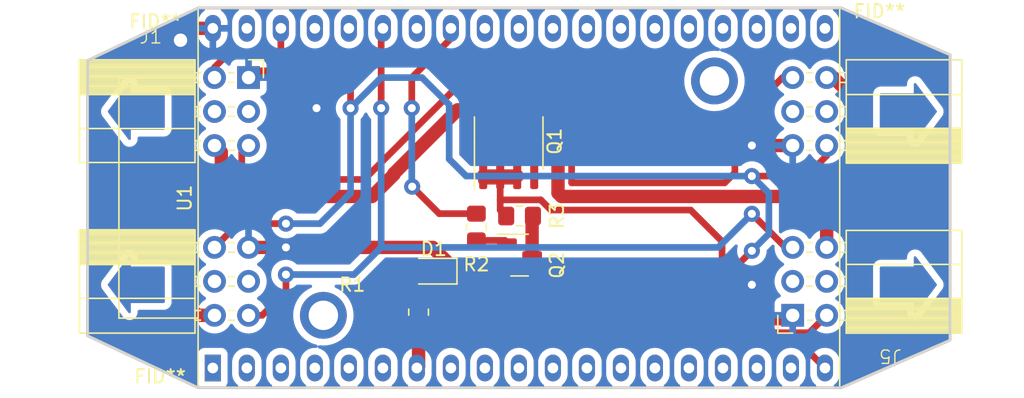
<source format=kicad_pcb>
(kicad_pcb (version 20221018) (generator pcbnew)
  (title_block (title "VR-Shield ") (date "2023-03-07") (rev "v02.1") (comment 4 "Marek Wehing"))
  (layers (0 "F.Cu" signal) (31 "B.Cu" signal) (34 "B.Paste" user) (35 "F.Paste" user) (36 "B.SilkS" user "B.Silkscreen") (37 "F.SilkS" user "F.Silkscreen") (38 "B.Mask" user) (39 "F.Mask" user) (44 "Edge.Cuts" user))
  (net 0 "")
  (net 2 "GND")
  (net 3 "Net-(D1-A)")
  (net 4 "/LED")
  (net 35 "/5V")
  (net 36 "Net-(Q1-G)")
  (net 37 "Net-(Q2-B)")
  (net 38 "Net-(U1-GPIO19)")
  (net 40 "/SCL")
  (net 43 "/SDA")
  (net 44 "/VCC")
  (footprint "Package_TO_SOT_SMD:SOT-23" (layer "F.Cu") (at 46.1495 32.578)
    (fp_text reference "Q2" (at 2.794 0.762 -90) (layer "F.SilkS"))
    (fp_text value "BC847")
    (pad "1" smd roundrect (at -0.9375 -0.95) (size 1.475 0.6) (layers "F.Cu" "F.Paste" "F.Mask") (net 37 "Net-(Q2-B)"))
    (pad "2" smd roundrect (at -0.9375 0.95) (size 1.475 0.6) (layers "F.Cu" "F.Paste" "F.Mask") (net 2 "GND"))
    (pad "3" smd roundrect (at 0.9375 0) (size 1.475 0.6) (layers "F.Cu" "F.Paste" "F.Mask") (net 36 "Net-(Q1-G)"))
  )
  (footprint "Fiducial:Fiducial_0.75mm_Mask1.5mm" (layer "F.Cu") (at 72.644 16.51)
    (fp_text reference "FID**" (at 0.381 -2.159) (layer "F.SilkS"))
    (fp_text value "Fiducial_0.75mm_Mask1.5mm")
    (pad "" smd circle (at 0 0) (size 0.75 0.75) (property pad_prop_fiducial_glob) (layers "F.Cu" "F.Mask" "Eco1.User") (clearance 0.375))
  )
  (footprint "MountingHole:MountingHole_2.2mm_M2_ISO7380_Pad" (layer "F.Cu") (at 31.496 37.084)
    (fp_text reference "REF**" hide)
    (fp_text value "MountingHole_2.2mm_M2_ISO7380_Pad")
    (pad "1" thru_hole circle (at 0 0) (size 3.5 3.5) (drill 2.2) (layers "*.Cu" "*.Mask"))
  )
  (footprint "Custom:Custom Socket I2C" (layer "F.Cu") (at 73.847 28.194 180)
    (fp_text reference "J5" (at 0 -11.938 180 unlocked) (layer "F.SilkS") (effects (font (thickness 0.1))))
    (fp_text value "Double I2C Socket")
    (pad "1" thru_hole rect (at 7.299 -8.89 180) (size 1.7 1.7) (drill 1) (layers "*.Cu" "*.Mask") (net 2 "GND"))
    (pad "2" thru_hole oval (at 4.759 -8.89 180) (size 1.7 1.7) (drill 1) (layers "*.Cu" "*.Mask") (net 40 "/SCL"))
    (pad "3" thru_hole oval (at 7.299 -6.35 180) (size 1.7 1.7) (drill 1) (layers "*.Cu" "*.Mask"))
    (pad "4" thru_hole oval (at 4.759 -6.35 180) (size 1.7 1.7) (drill 1) (layers "*.Cu" "*.Mask"))
    (pad "5" thru_hole oval (at 7.299 -3.81 180) (size 1.7 1.7) (drill 1) (layers "*.Cu" "*.Mask") (net 43 "/SDA"))
    (pad "6" thru_hole oval (at 4.759 -3.81 180) (size 1.7 1.7) (drill 1) (layers "*.Cu" "*.Mask") (net 44 "/VCC"))
    (pad "7" thru_hole oval (at 7.299 3.81 180) (size 1.7 1.7) (drill 1) (layers "*.Cu" "*.Mask") (net 2 "GND"))
    (pad "8" thru_hole oval (at 4.759 3.81 180) (size 1.7 1.7) (drill 1) (layers "*.Cu" "*.Mask") (net 40 "/SCL"))
    (pad "9" thru_hole oval (at 7.299 6.35 180) (size 1.7 1.7) (drill 1) (layers "*.Cu" "*.Mask"))
    (pad "10" thru_hole oval (at 4.759 6.35 180) (size 1.7 1.7) (drill 1) (layers "*.Cu" "*.Mask"))
    (pad "11" thru_hole oval (at 7.299 8.89 180) (size 1.7 1.7) (drill 1) (layers "*.Cu" "*.Mask") (net 43 "/SDA"))
    (pad "12" thru_hole oval (at 4.759 8.89 180) (size 1.7 1.7) (drill 1) (layers "*.Cu" "*.Mask") (net 44 "/VCC"))
  )
  (footprint "Espressif:ESP32-DevKitC" (layer "F.Cu") (at 23.241 41.021 90)
    (fp_text reference "U1" (at 12.7 -2.1 90) (layer "F.SilkS"))
    (fp_text value "ESP32 WROOM32 Devkit" hide)
    (pad "1" thru_hole rect (at 0 0) (size 1.2 2) (drill 0.8) (layers "*.Cu" "*.Mask"))
    (pad "2" thru_hole oval (at 0 2.54) (size 1.2 2) (drill 0.8) (layers "*.Cu" "*.Mask"))
    (pad "3" thru_hole oval (at 0 5.08) (size 1.2 2) (drill 0.8) (layers "*.Cu" "*.Mask"))
    (pad "4" thru_hole oval (at 0 7.62) (size 1.2 2) (drill 0.8) (layers "*.Cu" "*.Mask"))
    (pad "5" thru_hole oval (at 0 10.16) (size 1.2 2) (drill 0.8) (layers "*.Cu" "*.Mask"))
    (pad "6" thru_hole oval (at 0 12.7) (size 1.2 2) (drill 0.8) (layers "*.Cu" "*.Mask"))
    (pad "7" thru_hole oval (at 0 15.24) (size 1.2 2) (drill 0.8) (layers "*.Cu" "*.Mask") (net 4 "/LED"))
    (pad "8" thru_hole oval (at 0 17.78) (size 1.2 2) (drill 0.8) (layers "*.Cu" "*.Mask"))
    (pad "9" thru_hole oval (at 0 20.32) (size 1.2 2) (drill 0.8) (layers "*.Cu" "*.Mask"))
    (pad "10" thru_hole oval (at 0 22.86) (size 1.2 2) (drill 0.8) (layers "*.Cu" "*.Mask"))
    (pad "11" thru_hole oval (at 0 25.4) (size 1.2 2) (drill 0.8) (layers "*.Cu" "*.Mask"))
    (pad "12" thru_hole oval (at 0 27.94) (size 1.2 2) (drill 0.8) (layers "*.Cu" "*.Mask"))
    (pad "13" thru_hole oval (at 0 30.48) (size 1.2 2) (drill 0.8) (layers "*.Cu" "*.Mask"))
    (pad "14" thru_hole oval (at 0 33.02) (size 1.2 2) (drill 0.8) (layers "*.Cu" "*.Mask"))
    (pad "15" thru_hole oval (at 0 35.56) (size 1.2 2) (drill 0.8) (layers "*.Cu" "*.Mask"))
    (pad "16" thru_hole oval (at 0 38.1) (size 1.2 2) (drill 0.8) (layers "*.Cu" "*.Mask"))
    (pad "17" thru_hole oval (at 0 40.64) (size 1.2 2) (drill 0.8) (layers "*.Cu" "*.Mask"))
    (pad "18" thru_hole oval (at 0 43.18) (size 1.2 2) (drill 0.8) (layers "*.Cu" "*.Mask"))
    (pad "19" thru_hole oval (at 0 45.72) (size 1.2 2) (drill 0.8) (layers "*.Cu" "*.Mask") (net 35 "/5V"))
    (pad "20" thru_hole oval (at 25.39632 45.71728) (size 1.2 2) (drill 0.8) (layers "*.Cu" "*.Mask"))
    (pad "21" thru_hole oval (at 25.39632 43.17728) (size 1.2 2) (drill 0.8) (layers "*.Cu" "*.Mask"))
    (pad "22" thru_hole oval (at 25.4 40.64) (size 1.2 2) (drill 0.8) (layers "*.Cu" "*.Mask"))
    (pad "23" thru_hole oval (at 25.4 38.1) (size 1.2 2) (drill 0.8) (layers "*.Cu" "*.Mask"))
    (pad "24" thru_hole oval (at 25.4 35.56) (size 1.2 2) (drill 0.8) (layers "*.Cu" "*.Mask"))
    (pad "25" thru_hole oval (at 25.4 33.02) (size 1.2 2) (drill 0.8) (layers "*.Cu" "*.Mask"))
    (pad "26" thru_hole oval (at 25.4 30.48) (size 1.2 2) (drill 0.8) (layers "*.Cu" "*.Mask"))
    (pad "27" thru_hole oval (at 25.4 27.94) (size 1.2 2) (drill 0.8) (layers "*.Cu" "*.Mask"))
    (pad "28" thru_hole oval (at 25.4 25.4) (size 1.2 2) (drill 0.8) (layers "*.Cu" "*.Mask"))
    (pad "29" thru_hole oval (at 25.4 22.86) (size 1.2 2) (drill 0.8) (layers "*.Cu" "*.Mask"))
    (pad "30" thru_hole oval (at 25.4 20.32) (size 1.2 2) (drill 0.8) (layers "*.Cu" "*.Mask"))
    (pad "31" thru_hole oval (at 25.4 17.78) (size 1.2 2) (drill 0.8) (layers "*.Cu" "*.Mask") (net 38 "Net-(U1-GPIO19)"))
    (pad "32" thru_hole oval (at 25.4 15.24) (size 1.2 2) (drill 0.8) (layers "*.Cu" "*.Mask"))
    (pad "33" thru_hole oval (at 25.4 12.7) (size 1.2 2) (drill 0.8) (layers "*.Cu" "*.Mask") (net 43 "/SDA"))
    (pad "34" thru_hole oval (at 25.4 10.16) (size 1.2 2) (drill 0.8) (layers "*.Cu" "*.Mask"))
    (pad "35" thru_hole oval (at 25.4 7.62) (size 1.2 2) (drill 0.8) (layers "*.Cu" "*.Mask"))
    (pad "36" thru_hole oval (at 25.4 5.08) (size 1.2 2) (drill 0.8) (layers "*.Cu" "*.Mask") (net 40 "/SCL"))
    (pad "37" thru_hole oval (at 25.4 2.54) (size 1.2 2) (drill 0.8) (layers "*.Cu" "*.Mask"))
    (pad "38" thru_hole oval (at 25.4 0) (size 1.2 2) (drill 0.8) (layers "*.Cu" "*.Mask") (net 2 "GND"))
  )
  (footprint "Resistor_SMD:R_0805_2012Metric_Pad1.20x1.40mm_HandSolder" (layer "F.Cu") (at 42.926 30.48 -90)
    (fp_text reference "R2" (at 2.794 0 -180) (layer "F.SilkS"))
    (fp_text value "3.3k")
    (fp_text user "R1" (at 4.318 9.271 180) (layer "F.SilkS"))
    (pad "1" smd roundrect (at -1 0 270) (size 1.2 1.4) (layers "F.Cu" "F.Paste" "F.Mask") (roundrect_rratio 0.2083333333) (net 38 "Net-(U1-GPIO19)"))
    (pad "2" smd roundrect (at 1 0 270) (size 1.2 1.4) (layers "F.Cu" "F.Paste" "F.Mask") (roundrect_rratio 0.2083333333) (net 37 "Net-(Q2-B)"))
  )
  (footprint "Fiducial:Fiducial_0.75mm_Mask1.5mm" (layer "F.Cu") (at 18.542 39.37)
    (fp_text reference "FID**" (at 0.762 2.286) (layer "F.SilkS"))
    (fp_text value "Fiducial_0.75mm_Mask1.5mm")
    (pad "" smd circle (at 0 0) (size 0.75 0.75) (property pad_prop_fiducial_glob) (layers "F.Cu" "F.Mask" "Eco1.User") (clearance 0.375))
  )
  (footprint "Resistor_SMD:R_0805_2012Metric_Pad1.20x1.40mm_HandSolder" (layer "F.Cu") (at 38.608 36.846 90)
    (fp_text reference "R1" hide)
    (fp_text value "120")
    (pad "1" smd roundrect (at -1 0 90) (size 1.2 1.4) (layers "F.Cu" "F.Paste" "F.Mask") (roundrect_rratio 0.2083333333) (net 4 "/LED"))
    (pad "2" smd roundrect (at 1 0 90) (size 1.2 1.4) (layers "F.Cu" "F.Paste" "F.Mask") (roundrect_rratio 0.2083333333) (net 3 "Net-(D1-A)"))
  )
  (footprint "Fiducial:Fiducial_0.75mm_Mask1.5mm" (layer "F.Cu") (at 18.542 17.272)
    (fp_text reference "FID**" (at 0.381 -2.159) (layer "F.SilkS"))
    (fp_text value "Fiducial_0.75mm_Mask1.5mm")
    (pad "" smd circle (at 0 0) (size 0.75 0.75) (property pad_prop_fiducial_glob) (layers "F.Cu" "F.Mask" "Eco1.User") (clearance 0.375))
  )
  (footprint "" (layer "F.Cu") (at 60.706 19.558)
    (fp_text reference "" (at 0 0) (layer "F.SilkS") (effects (font (size 1.27 1.27))))
    (fp_text value "" (at 0 0) (layer "F.SilkS") (effects (font (size 1.27 1.27))))
    (pad "1" thru_hole circle (at 0 0) (size 3.5 3.5) (drill 2.2) (layers "*.Cu" "*.Mask"))
  )
  (footprint "Resistor_SMD:R_0805_2012Metric_Pad1.20x1.40mm_HandSolder" (layer "F.Cu") (at 46.1495 29.657 180)
    (fp_text reference "R3" (at -2.794 0 90) (layer "F.SilkS"))
    (fp_text value "33k")
    (pad "1" smd roundrect (at -1 0 180) (size 1.2 1.4) (layers "F.Cu" "F.Paste" "F.Mask") (roundrect_rratio 0.2083333333) (net 36 "Net-(Q1-G)"))
    (pad "2" smd roundrect (at 1 0 180) (size 1.2 1.4) (layers "F.Cu" "F.Paste" "F.Mask") (roundrect_rratio 0.2083333333) (net 35 "/5V"))
  )
  (footprint "LED_SMD:LED_0805_2012Metric_Pad1.15x1.40mm_HandSolder" (layer "F.Cu") (at 39.615 33.782 180)
    (fp_text reference "D1" (at -0.127 1.651) (layer "F.SilkS"))
    (fp_text value "BLUE")
    (pad "1" smd roundrect (at -1.025 0 180) (size 1.15 1.4) (layers "F.Cu" "F.Paste" "F.Mask") (roundrect_rratio 0.2173913043) (net 2 "GND"))
    (pad "2" smd roundrect (at 1.025 0 180) (size 1.15 1.4) (layers "F.Cu" "F.Paste" "F.Mask") (roundrect_rratio 0.2173913043) (net 3 "Net-(D1-A)"))
  )
  (footprint "Custom:Custom Socket I2C" (layer "F.Cu") (at 18.609 28.194)
    (fp_text reference "J1" (at 0 -11.938 unlocked) (layer "F.SilkS") (effects (font (thickness 0.1))))
    (fp_text value "Double I2C Socket")
    (pad "1" thru_hole rect (at 7.299 -8.89) (size 1.7 1.7) (drill 1) (layers "*.Cu" "*.Mask") (net 2 "GND"))
    (pad "2" thru_hole oval (at 4.759 -8.89) (size 1.7 1.7) (drill 1) (layers "*.Cu" "*.Mask") (net 40 "/SCL"))
    (pad "3" thru_hole oval (at 7.299 -6.35) (size 1.7 1.7) (drill 1) (layers "*.Cu" "*.Mask"))
    (pad "4" thru_hole oval (at 4.759 -6.35) (size 1.7 1.7) (drill 1) (layers "*.Cu" "*.Mask"))
    (pad "5" thru_hole oval (at 7.299 -3.81) (size 1.7 1.7) (drill 1) (layers "*.Cu" "*.Mask") (net 43 "/SDA"))
    (pad "6" thru_hole oval (at 4.759 -3.81) (size 1.7 1.7) (drill 1) (layers "*.Cu" "*.Mask") (net 44 "/VCC"))
    (pad "7" thru_hole oval (at 7.299 3.81) (size 1.7 1.7) (drill 1) (layers "*.Cu" "*.Mask") (net 2 "GND"))
    (pad "8" thru_hole oval (at 4.759 3.81) (size 1.7 1.7) (drill 1) (layers "*.Cu" "*.Mask") (net 40 "/SCL"))
    (pad "9" thru_hole oval (at 7.299 6.35) (size 1.7 1.7) (drill 1) (layers "*.Cu" "*.Mask"))
    (pad "10" thru_hole oval (at 4.759 6.35) (size 1.7 1.7) (drill 1) (layers "*.Cu" "*.Mask"))
    (pad "11" thru_hole oval (at 7.299 8.89) (size 1.7 1.7) (drill 1) (layers "*.Cu" "*.Mask") (net 43 "/SDA"))
    (pad "12" thru_hole oval (at 4.759 8.89) (size 1.7 1.7) (drill 1) (layers "*.Cu" "*.Mask") (net 44 "/VCC"))
  )
  (footprint "Package_SO:SOIC-8_3.9x4.9mm_P1.27mm" (layer "F.Cu") (at 45.339 24.195 90)
    (fp_text reference "Q1" (at 0.127 3.429 90) (layer "F.SilkS"))
    (fp_text value "IRF7404")
    (pad "1" smd roundrect (at -2.475 -1.905 90) (size 1.95 0.6) (layers "F.Cu" "F.Paste" "F.Mask") (net 35 "/5V"))
    (pad "2" smd roundrect (at -2.475 -0.635 90) (size 1.95 0.6) (layers "F.Cu" "F.Paste" "F.Mask") (net 35 "/5V"))
    (pad "3" smd roundrect (at -2.475 0.635 90) (size 1.95 0.6) (layers "F.Cu" "F.Paste" "F.Mask") (net 35 "/5V"))
    (pad "4" smd roundrect (at -2.475 1.905 90) (size 1.95 0.6) (layers "F.Cu" "F.Paste" "F.Mask") (net 36 "Net-(Q1-G)"))
    (pad "5" smd roundrect (at 2.475 1.905 90) (size 1.95 0.6) (layers "F.Cu" "F.Paste" "F.Mask") (net 44 "/VCC"))
    (pad "6" smd roundrect (at 2.475 0.635 90) (size 1.95 0.6) (layers "F.Cu" "F.Paste" "F.Mask") (net 44 "/VCC"))
    (pad "7" smd roundrect (at 2.475 -0.635 90) (size 1.95 0.6) (layers "F.Cu" "F.Paste" "F.Mask") (net 44 "/VCC"))
    (pad "8" smd roundrect (at 2.475 -1.905 90) (size 1.95 0.6) (layers "F.Cu" "F.Paste" "F.Mask") (net 44 "/VCC"))
  )
  (gr_poly (pts (xy 53.501279 17.633532) (xy 53.501895 17.634396) (xy 53.502358 17.636131) (xy 53.502836 17.64212) (xy 53.502735 17.651322) (xy 53.502077 17.663557) (xy 53.499176 17.696411) (xy 53.49431 17.739251) (xy 53.487657 17.790649) (xy 53.479393 17.849174) (xy 53.469694 17.913395) (xy 53.458737 17.981882) (xy 53.402639 18.328099) (xy 53.34625 18.682909) (xy 53.241141 19.346802) (xy 53.170308 19.783312) (xy 53.141831 19.958773) (xy 53.098592 20.232287) (xy 53.001368 20.84419) (xy 52.948918 21.158907) (xy 52.948175 21.161477) (xy 52.946954 21.164258) (xy 52.94525 21.167255) (xy 52.943057 21.170471) (xy 52.940371 21.173911) (xy 52.937184 21.177577) (xy 52.933492 21.181475) (xy 52.92929 21.185609) (xy 52.91933 21.194598) (xy 52.90726 21.204576) (xy 52.893037 21.215575) (xy 52.876615 21.227627) (xy 52.85795 21.240764) (xy 52.836998 21.255018) (xy 52.813715 21.27042) (xy 52.788057 21.287003) (xy 52.759978 21.304799) (xy 52.729435 21.323838) (xy 52.696384 21.344154) (xy 52.660779 21.365778) (xy 52.550706 21.431563) (xy 52.458272 21.485419) (xy 52.393178 21.521799) (xy 52.373915 21.531703) (xy 52.365125 21.535158) (xy 52.363712 21.534353) (xy 52.362187 21.531936) (xy 52.358798 21.522247) (xy 52.354955 21.506061) (xy 52.350653 21.483346) (xy 52.340658 21.418203) (xy 52.328783 21.326566) (xy 52.314997 21.208184) (xy 52.29927 21.062805) (xy 52.281571 20.890178) (xy 52.261868 20.69005) (xy 52.226576 20.34131) (xy 52.193501 20.042363) (xy 52.166635 19.827418) (xy 52.156777 19.762137) (xy 52.149968 19.730685) (xy 52.149091 19.728663) (xy 52.148203 19.727048) (xy 52.147303 19.72584) (xy 52.146392 19.72504) (xy 52.145933 19.724793) (xy 52.14547 19.724649) (xy 52.145004 19.724607) (xy 52.144536 19.724667) (xy 52.144064 19.724831) (xy 52.143589 19.725096) (xy 52.142631 19.725936) (xy 52.14166 19.727188) (xy 52.140676 19.728853) (xy 52.139679 19.730932) (xy 52.138669 19.733425) (xy 52.137646 19.736333) (xy 52.136609 19.739657) (xy 52.135558 19.743398) (xy 52.134493 19.747556) (xy 52.13232 19.757129) (xy 52.130088 19.768382) (xy 52.127796 19.781321) (xy 52.125441 19.795953) (xy 52.123022 19.812285) (xy 52.120537 19.830322) (xy 52.117984 19.850071) (xy 52.115361 19.871538) (xy 52.069051 20.258692) (xy 52.045727 20.464805) (xy 52.034434 20.571778) (xy 52.025304 20.663645) (xy 51.999346 20.91421) (xy 51.962728 21.244654) (xy 51.909528 21.720187) (xy 51.907481 21.738277) (xy 51.905073 21.755883) (xy 51.902393 21.772566) (xy 51.899532 21.787888) (xy 51.89658 21.801411) (xy 51.893624 21.812697) (xy 51.892174 21.817364) (xy 51.890757 21.821308) (xy 51.889384 21.824474) (xy 51.888066 21.826807) (xy 51.885739 21.829304) (xy 51.881418 21.832956) (xy 51.875212 21.837695) (xy 51.867232 21.843448) (xy 51.846388 21.857711) (xy 51.819768 21.875177) (xy 51.788251 21.895274) (xy 51.752718 21.917433) (xy 51.714048 21.941083) (xy 51.673123 21.965655) (xy 51.591034 22.01475) (xy 51.517197 22.059443) (xy 51.4597 22.094798) (xy 51.426633 22.115877) (xy 51.403187 22.1313) (xy 51.380706 22.145239) (xy 51.359856 22.157357) (xy 51.341304 22.167316) (xy 51.325715 22.174775) (xy 51.319239 22.177462) (xy 51.313755 22.179398) (xy 51.309344 22.180539) (xy 51.30609 22.180843) (xy 51.304924 22.180669) (xy 51.304077 22.180269) (xy 51.303562 22.17964) (xy 51.303388 22.178774) (xy 51.303395 22.178789) (xy 51.177043 21.485573) (xy 51.02255 20.654833) (xy 51.007173 20.574447) (xy 50.987367 20.468207) (xy 50.915174 20.073824) (xy 50.861685 19.784913) (xy 50.811978 19.522982) (xy 50.764981 19.280245) (xy 50.976972 19.151705) (xy 51.144792 19.05103) (xy 51.209931 19.012708) (xy 51.250585 18.989489) (xy 51.263082 18.982458) (xy 51.274973 18.975376) (xy 51.285981 18.968436) (xy 51.295828 18.96183) (xy 51.304238 18.955752) (xy 51.307817 18.95297) (xy 51.310933 18.950393) (xy 51.313552 18.948044) (xy 51.315638 18.945947) (xy 51.317157 18.944126) (xy 51.318074 18.942606) (xy 51.318401 18.941926) (xy 51.318779 18.941255) (xy 51.319208 18.940594) (xy 51.319686 18.939943) (xy 51.32021 18.939304) (xy 51.32078 18.938677) (xy 51.321392 18.938063) (xy 51.322047 18.937464) (xy 51.32274 18.936879) (xy 51.323472 18.93631) (xy 51.32424 18.935757) (xy 51.325043 18.935222) (xy 51.325878 18.934704) (xy 51.326744 18.934206) (xy 51.328561 18.933269) (xy 51.33048 18.932418) (xy 51.332486 18.931658) (xy 51.334567 18.930998) (xy 51.336706 18.930443) (xy 51.33889 18.93) (xy 51.341105 18.929675) (xy 51.34222 18.929559) (xy 51.343337 18.929475) (xy 51.344454 18.929425) (xy 51.345571 18.929407) (xy 51.347508 18.929545) (xy 51.34845 18.929737) (xy 51.349376 18.930028) (xy 51.350288 18.930431) (xy 51.351188 18.93096) (xy 51.352079 18.931628) (xy 51.352963 18.932447) (xy 51.353841 18.933431) (xy 51.354716 18.934594) (xy 51.355589 18.935947) (xy 51.356462 18.937505) (xy 51.357338 18.939279) (xy 51.358219 18.941285) (xy 51.359106 18.943533) (xy 51.360002 18.946039) (xy 51.361828 18.951871) (xy 51.363713 18.958888) (xy 51.365672 18.967193) (xy 51.367722 18.976891) (xy 51.36988 18.988087) (xy 51.37216 19.000886) (xy 51.37458 19.015393) (xy 51.377156 19.031712) (xy 51.379904 19.049949) (xy 51.382839 19.070208) (xy 51.385979 19.092593) (xy 51.389338 19.117211) (xy 51.396783 19.173562) (xy 51.405302 19.240097) (xy 51.415025 19.317657) (xy 51.426082 19.407079) (xy 51.45271 19.624865) (xy 51.48347 19.869755) (xy 51.521268 20.161852) (xy 51.555033 20.42849) (xy 51.568045 20.538089) (xy 51.576077 20.61217) (xy 51.58085 20.65535) (xy 51.586218 20.692369) (xy 51.589093 20.708466) (xy 51.592078 20.7229) (xy 51.595159 20.735629) (xy 51.598325 20.746614) (xy 51.601561 20.755812) (xy 51.604855 20.763184) (xy 51.608194 20.768687) (xy 51.611564 20.772281) (xy 51.613257 20.77335) (xy 51.614953 20.773926) (xy 51.616651 20.774004) (xy 51.618349 20.773579) (xy 51.620044 20.772646) (xy 51.621736 20.7712) (xy 51.625104 20.766749) (xy 51.626155 20.76421) (xy 51.627385 20.75967) (xy 51.630325 20.745038) (xy 51.633803 20.723757) (xy 51.637696 20.696727) (xy 51.641885 20.664853) (xy 51.646246 20.629037) (xy 51.65066 20.590181) (xy 51.655004 20.549189) (xy 51.717992 19.987548) (xy 51.841565 18.9294) (xy 51.854918 18.812773) (xy 51.860595 18.766264) (xy 51.866362 18.726414) (xy 51.872786 18.692314) (xy 51.880432 18.663058) (xy 51.884892 18.649962) (xy 51.889869 18.637736) (xy 51.895436 18.626267) (xy 51.901663 18.615442) (xy 51.908621 18.605146) (xy 51.91638 18.595266) (xy 51.925012 18.585689) (xy 51.934588 18.576301) (xy 51.956853 18.557639) (xy 51.983743 18.538371) (xy 52.015823 18.517591) (xy 52.053661 18.494389) (xy 52.148877 18.43709) (xy 52.228369 18.389053) (xy 52.289625 18.35277) (xy 52.335167 18.327132) (xy 52.352833 18.317959) (xy 52.367517 18.311031) (xy 52.379532 18.306209) (xy 52.389194 18.303355) (xy 52.396819 18.30233) (xy 52.402721 18.302996) (xy 52.407217 18.305213) (xy 52.41062 18.308843) (xy 52.413246 18.313748) (xy 52.41541 18.319788) (xy 52.418521 18.333949) (xy 52.422917 18.360011) (xy 52.428397 18.396485) (xy 52.434757 18.441882) (xy 52.449308 18.553487) (xy 52.464948 18.682909) (xy 52.50206 18.995698) (xy 52.538045 19.290331) (xy 52.593016 19.738154) (xy 52.607309 19.864453) (xy 52.616773 19.95936) (xy 52.620861 20.001445) (xy 52.624735 20.035135) (xy 52.62862 20.061286) (xy 52.630637 20.071804) (xy 52.632741 20.080758) (xy 52.634961 20.088258) (xy 52.637324 20.09441) (xy 52.639859 20.09932) (xy 52.642595 20.103098) (xy 52.645559 20.105849) (xy 52.648779 20.107681) (xy 52.652284 20.108702) (xy 52.656102 20.109019) (xy 52.656952 20.108668) (xy 52.657868 20.107626) (xy 52.659888 20.103539) (xy 52.66214 20.096895) (xy 52.6646 20.087833) (xy 52.667245 20.07649) (xy 52.670051 20.063003) (xy 52.676054 20.03015) (xy 52.682424 19.990374) (xy 52.688974 19.944777) (xy 52.695519 19.894461) (xy 52.701871 19.840525) (xy 52.761919 19.329705) (xy 52.878278 18.381525) (xy 52.909982 18.117253) (xy 52.919627 18.030712) (xy 52.923169 17.991625) (xy 52.923267 17.990198) (xy 52.923557 17.988693) (xy 52.924035 17.987114) (xy 52.924696 17.985466) (xy 52.925535 17.983752) (xy 52.926548 17.981977) (xy 52.927728 17.980144) (xy 52.929073 17.978258) (xy 52.930576 17.976323) (xy 52.932234 17.974343) (xy 52.935993 17.970264) (xy 52.94031 17.966054) (xy 52.945148 17.961746) (xy 52.950469 17.957372) (xy 52.956234 17.952966) (xy 52.962404 17.94856) (xy 52.968942 17.944188) (xy 52.975808 17.939881) (xy 52.982965 17.935672) (xy 52.990375 17.931596) (xy 52.997998 17.927683) (xy 53.012669 17.920234) (xy 53.025662 17.913268) (xy 53.036741 17.906939) (xy 53.045671 17.9014) (xy 53.049258 17.898975) (xy 53.052219 17.896805) (xy 53.054526 17.89491) (xy 53.05615 17.893308) (xy 53.05706 17.892019) (xy 53.057238 17.891498) (xy 53.057228 17.891063) (xy 53.057024 17.890715) (xy 53.056624 17.890457) (xy 53.055219 17.890223) (xy 53.054425 17.890135) (xy 53.053858 17.889925) (xy 53.053514 17.889595) (xy 53.053424 17.889386) (xy 53.053389 17.889148) (xy 53.053478 17.888587) (xy 53.053778 17.887916) (xy 53.054283 17.887138) (xy 53.05499 17.886255) (xy 53.055895 17.885271) (xy 53.056993 17.884189) (xy 53.059751 17.881742) (xy 53.063231 17.878939) (xy 53.067399 17.875806) (xy 53.072221 17.872367) (xy 53.077662 17.868646) (xy 53.083689 17.864668) (xy 53.090268 17.860458) (xy 53.097364 17.856041) (xy 53.104944 17.851441) (xy 53.112974 17.846683) (xy 53.121419 17.841791) (xy 53.22213 17.783139) (xy 53.34657 17.709528) (xy 53.375237 17.692771) (xy 53.402507 17.677464) (xy 53.427746 17.663919) (xy 53.45032 17.652447) (xy 53.469595 17.643361) (xy 53.484936 17.636971) (xy 53.490933 17.634886) (xy 53.495708 17.633591) (xy 53.499184 17.633127)) (stroke (width 0.017606)) (fill solid) (layer "F.Cu"))
  (gr_poly (pts (xy 13.891 18.034) (xy 22.157 14.097) (xy 70.163 14.097) (xy 78.291 17.605) (xy 78.291 38.941) (xy 70.163 42.497) (xy 22.157 42.497) (xy 13.891 38.608)) (stroke (width 0.2)) (fill none) (layer "F.Cu"))
  (gr_poly (pts (xy 55.132615 19.91593) (xy 55.13582 19.91753) (xy 55.146768 19.923678) (xy 55.163181 19.933397) (xy 55.184359 19.946255) (xy 55.209598 19.96182) (xy 55.238196 19.979661) (xy 55.302663 20.020441) (xy 55.444786 20.110294) (xy 55.508147 20.1498) (xy 55.555318 20.178774) (xy 55.757133 20.304549) (xy 56.118726 20.532152) (xy 56.82298 20.974856) (xy 57.057035 21.122192) (xy 57.298352 21.276217) (xy 57.559158 21.443427) (xy 57.642118 21.495644) (xy 57.716504 21.541567) (xy 57.721209 21.544545) (xy 57.725702 21.547581) (xy 57.729979 21.550663) (xy 57.734035 21.553775) (xy 57.737864 21.556906) (xy 57.741462 21.560042) (xy 57.744824 21.563168) (xy 57.747945 21.566272) (xy 57.75082 21.56934) (xy 57.753444 21.572358) (xy 57.755812 21.575313) (xy 57.757918 21.578191) (xy 57.759759 21.58098) (xy 57.761329 21.583665) (xy 57.762623 21.586232) (xy 57.763637 21.588669) (xy 57.764364 21.590962) (xy 57.764801 21.593097) (xy 57.764942 21.595061) (xy 57.764782 21.59684) (xy 57.764317 21.598421) (xy 57.763541 21.59979) (xy 57.762449 21.600934) (xy 57.761037 21.60184) (xy 57.7593 21.602493) (xy 57.757232 21.60288) (xy 57.754829 21.602988) (xy 57.752085 21.602803) (xy 57.748996 21.602311) (xy 57.745556 21.6015) (xy 57.741762 21.600355) (xy 57.737607 21.598864) (xy 57.734867 21.597833) (xy 57.732292 21.596984) (xy 57.729889 21.596314) (xy 57.727669 21.595819) (xy 57.725642 21.595493) (xy 57.723817 21.595333) (xy 57.722204 21.595333) (xy 57.720812 21.595491) (xy 57.720202 21.595627) (xy 57.719651 21.5958) (xy 57.719161 21.596011) (xy 57.718731 21.596258) (xy 57.718365 21.596541) (xy 57.718062 21.596859) (xy 57.717824 21.597212) (xy 57.717652 21.597599) (xy 57.717548 21.59802) (xy 57.717513 21.598474) (xy 57.717547 21.59896) (xy 57.717652 21.599479) (xy 57.71783 21.600029) (xy 57.718081 21.60061) (xy 57.718407 21.601221) (xy 57.718808 21.601862) (xy 57.719163 21.603295) (xy 57.718693 21.605145) (xy 57.71738 21.607427) (xy 57.715202 21.610152) (xy 57.712139 21.613333) (xy 57.708172 21.616984) (xy 57.697442 21.625746) (xy 57.68285 21.636541) (xy 57.664234 21.649472) (xy 57.641432 21.664643) (xy 57.614283 21.682158) (xy 57.582624 21.702119) (xy 57.546293 21.72463) (xy 57.45897 21.777714) (xy 57.351018 21.842239) (xy 57.221143 21.919031) (xy 57.174245 21.946337) (xy 57.136333 21.967564) (xy 57.120405 21.976032) (xy 57.106312 21.98314) (xy 57.093918 21.988943) (xy 57.083085 21.993493) (xy 57.073677 21.996845) (xy 57.065558 21.999051) (xy 57.058589 22.000165) (xy 57.052634 22.000241) (xy 57.047556 21.999332) (xy 57.043218 21.997491) (xy 57.039483 21.994772) (xy 57.036214 21.991228) (xy 57.034104 21.988653) (xy 57.03185 21.98611) (xy 57.029472 21.983617) (xy 57.02699 21.981187) (xy 57.024426 21.978835) (xy 57.021798 21.976578) (xy 57.019128 21.974428) (xy 57.016436 21.972402) (xy 57.013741 21.970514) (xy 57.011065 21.96878) (xy 57.008427 21.967213) (xy 57.005848 21.96583) (xy 57.003348 21.964645) (xy 57.000948 21.963673) (xy 56.998667 21.962929) (xy 56.996526 21.962427) (xy 56.980277 21.955474) (xy 56.949336 21.938553) (xy 56.8521 21.880446) (xy 56.722252 21.799376) (xy 56.577229 21.706615) (xy 56.434467 21.613432) (xy 56.311403 21.531097) (xy 56.225472 21.470882) (xy 56.201881 21.452591) (xy 56.194112 21.444056) (xy 56.194334 21.443134) (xy 56.194495 21.442243) (xy 56.194597 21.441386) (xy 56.194639 21.440561) (xy 56.194624 21.439769) (xy 56.194553 21.439013) (xy 56.194426 21.438291) (xy 56.194245 21.437605) (xy 56.19401 21.436955) (xy 56.193723 21.436342) (xy 56.193386 21.435767) (xy 56.192999 21.43523) (xy 56.192563 21.434733) (xy 56.192079 21.434274) (xy 56.191549 21.433857) (xy 56.190973 21.43348) (xy 56.190354 21.433144) (xy 56.189691 21.432851) (xy 56.188986 21.432601) (xy 56.18824 21.432395) (xy 56.187455 21.432233) (xy 56.186631 21.432115) (xy 56.185769 21.432044) (xy 56.184871 21.432018) (xy 56.183938 21.43204) (xy 56.18297 21.432108) (xy 56.18197 21.432226) (xy 56.180937 21.432392) (xy 56.179874 21.432607) (xy 56.178781 21.432873) (xy 56.17766 21.43319) (xy 56.176511 21.433558) (xy 56.175263 21.433874) (xy 56.173851 21.434076) (xy 56.17228 21.434165) (xy 56.170557 21.434143) (xy 56.166678 21.433777) (xy 56.162259 21.432994) (xy 56.157348 21.431813) (xy 56.151993 21.430252) (xy 56.14624 21.428327) (xy 56.140138 21.426056) (xy 56.133732 21.423457) (xy 56.127071 21.420548) (xy 56.120201 21.417346) (xy 56.11317 21.413868) (xy 56.106025 21.410133) (xy 56.098813 21.406157) (xy 56.091582 21.401958) (xy 56.084378 21.397555) (xy 56.014806 21.353854) (xy 55.925916 21.403155) (xy 55.824182 21.461861) (xy 55.66365 21.556555) (xy 55.491276 21.659374) (xy 55.354016 21.742457) (xy 55.31117 21.768755) (xy 55.356198 21.805857) (xy 55.367623 21.814746) (xy 55.382876 21.825819) (xy 55.401295 21.838633) (xy 55.422217 21.852747) (xy 55.444982 21.86772) (xy 55.468926 21.883109) (xy 55.493388 21.898473) (xy 55.517705 21.91337) (xy 55.580252 21.951814) (xy 55.664455 22.004471) (xy 55.759289 22.064398) (xy 55.853726 22.124651) (xy 56.048511 22.24901) (xy 56.208516 22.350184) (xy 56.236133 22.367959) (xy 56.260946 22.384904) (xy 56.282548 22.400677) (xy 56.292017 22.408017) (xy 56.300529 22.414935) (xy 56.308035 22.42139) (xy 56.314482 22.427338) (xy 56.31982 22.432736) (xy 56.323998 22.437541) (xy 56.326964 22.441712) (xy 56.328668 22.445204) (xy 56.329031 22.446683) (xy 56.329058 22.447976) (xy 56.328745 22.449078) (xy 56.328084 22.449984) (xy 56.293756 22.472682) (xy 56.213319 22.522746) (xy 55.976113 22.667441) (xy 55.740453 22.809012) (xy 55.661947 22.85517) (xy 55.630322 22.872401) (xy 55.629265 22.871943) (xy 55.627072 22.87072) (xy 55.619523 22.866137) (xy 55.608163 22.858966) (xy 55.593482 22.849526) (xy 55.556109 22.825101) (xy 55.511312 22.795397) (xy 55.511334 22.795672) (xy 55.347428 22.689892) (xy 55.05483 22.503739) (xy 54.407964 22.096049) (xy 54.005979 21.842776) (xy 53.609838 21.593714) (xy 53.408821 21.468062) (xy 53.22149 21.34884) (xy 53.079792 21.256585) (xy 53.03604 21.226987) (xy 53.015676 21.211832) (xy 53.014193 21.210243) (xy 53.012996 21.208599) (xy 53.012095 21.206895) (xy 53.011497 21.205122) (xy 53.011214 21.203272) (xy 53.011254 21.201338) (xy 53.011627 21.199311) (xy 53.012341 21.197185) (xy 53.013407 21.194952) (xy 53.014834 21.192603) (xy 53.016631 21.190131) (xy 53.018808 21.187529) (xy 53.021374 21.184788) (xy 53.024338 21.181901) (xy 53.02771 21.17886) (xy 53.031499 21.175658) (xy 53.035715 21.172286) (xy 53.040366 21.168737) (xy 53.045463 21.165003) (xy 53.051015 21.161077) (xy 53.05703 21.15695) (xy 53.06352 21.152616) (xy 53.077956 21.143292) (xy 53.0944 21.133044) (xy 53.112925 21.121809) (xy 53.133607 21.109526) (xy 53.156522 21.096133) (xy 53.2246 21.056349) (xy 53.289607 21.01792) (xy 53.34418 20.985224) (xy 53.380956 20.962641) (xy 53.415306 20.941327) (xy 53.463283 20.912057) (xy 53.518529 20.878689) (xy 53.574689 20.84508) (xy 53.706807 20.766482) (xy 54.006047 20.957835) (xy 54.248417 21.111449) (xy 54.346296 21.172549) (xy 54.410924 21.212054) (xy 54.432323 21.224954) (xy 54.452634 21.237497) (xy 54.471388 21.249376) (xy 54.488114 21.260279) (xy 54.502345 21.269898) (xy 54.51361 21.277922) (xy 54.521439 21.284043) (xy 54.52392 21.286293) (xy 54.525365 21.287951) (xy 54.526835 21.289925) (xy 54.528612 21.291963) (xy 54.533012 21.296192) (xy 54.538429 21.300574) (xy 54.544722 21.305042) (xy 54.551753 21.309531) (xy 54.559384 21.313974) (xy 54.567476 21.318306) (xy 54.575891 21.322461) (xy 54.584489 21.326374) (xy 54.593132 21.329979) (xy 54.601682 21.333209) (xy 54.61 21.336) (xy 54.617948 21.338285) (xy 54.625386 21.339998) (xy 54.632177 21.341075) (xy 54.635286 21.341353) (xy 54.638181 21.341448) (xy 54.64191 21.340849) (xy 54.647438 21.33909) (xy 54.654654 21.33623) (xy 54.663449 21.33233) (xy 54.673713 21.327448) (xy 54.685336 21.321644) (xy 54.71222 21.307506) (xy 54.743225 21.29039) (xy 54.777471 21.27077) (xy 54.814081 21.249121) (xy 54.852178 21.225916) (xy 55.028356 21.117847) (xy 55.189473 21.020197) (xy 55.24523 20.986923) (xy 55.26712 20.973471) (xy 55.284999 20.961679) (xy 55.292431 20.956298) (xy 55.298856 20.951202) (xy 55.304271 20.946348) (xy 55.308676 20.941693) (xy 55.312068 20.937194) (xy 55.314447 20.932806) (xy 55.315809 20.928488) (xy 55.316154 20.924196) (xy 55.315481 20.919885) (xy 55.313786 20.915514) (xy 55.31107 20.911039) (xy 55.307329 20.906416) (xy 55.302563 20.901602) (xy 55.296769 20.896554) (xy 55.289947 20.891229) (xy 55.282094 20.885584) (xy 55.26329 20.873157) (xy 55.240344 20.858928) (xy 55.181973 20.823679) (xy 55.140164 20.797962) (xy 55.088735 20.765836) (xy 55.03421 20.731391) (xy 54.983113 20.698717) (xy 54.837641 20.606362) (xy 54.648595 20.487948) (xy 54.49122 20.389457) (xy 54.441831 20.358184) (xy 54.421895 20.345126) (xy 54.421408 20.344083) (xy 54.421733 20.342664) (xy 54.42282 20.340895) (xy 54.42462 20.338804) (xy 54.430163 20.33377) (xy 54.43797 20.327784) (xy 54.447645 20.321071) (xy 54.458797 20.313854) (xy 54.471032 20.306356) (xy 54.483956 20.298801) (xy 54.497177 20.291412) (xy 54.5103 20.284413) (xy 54.522932 20.278028) (xy 54.534681 20.272479) (xy 54.545152 20.267991) (xy 54.553953 20.264787) (xy 54.56069 20.263091) (xy 54.563161 20.262877) (xy 54.564969 20.263125) (xy 54.565649 20.263295) (xy 54.566321 20.26343) (xy 54.566982 20.263531) (xy 54.567632 20.263597) (xy 54.568272 20.26363) (xy 54.568898 20.26363) (xy 54.569512 20.263597) (xy 54.570112 20.263531) (xy 54.570696 20.263433) (xy 54.571266 20.263303) (xy 54.571818 20.263141) (xy 54.572354 20.262949) (xy 54.572871 20.262725) (xy 54.57337 20.262472) (xy 54.573848 20.262188) (xy 54.574306 20.261875) (xy 54.574743 20.261532) (xy 54.575158 20.26116) (xy 54.575549 20.26076) (xy 54.575917 20.260331) (xy 54.57626 20.259875) (xy 54.576577 20.259391) (xy 54.576868 20.258881) (xy 54.577132 20.258343) (xy 54.577368 20.257779) (xy 54.577576 20.257189) (xy 54.577753 20.256573) (xy 54.5779 20.255932) (xy 54.578016 20.255266) (xy 54.5781 20.254576) (xy 54.578151 20.253861) (xy 54.578168 20.253123) (xy 54.578266 20.252323) (xy 54.578556 20.251429) (xy 54.579034 20.250442) (xy 54.579695 20.249367) (xy 54.580534 20.248207) (xy 54.581546 20.246965) (xy 54.582727 20.245645) (xy 54.584072 20.244251) (xy 54.587233 20.241253) (xy 54.590991 20.237999) (xy 54.595309 20.234517) (xy 54.600147 20.230834) (xy 54.605468 20.22698) (xy 54.611232 20.22298) (xy 54.617403 20.218865) (xy 54.62394 20.214661) (xy 54.630807 20.210396) (xy 54.637964 20.206099) (xy 54.645374 20.201798) (xy 54.652997 20.19752) (xy 54.697686 20.172002) (xy 54.764041 20.133022) (xy 54.843108 20.085866) (xy 54.925931 20.035822) (xy 55.003406 19.989076) (xy 55.067902 19.950778) (xy 55.112689 19.924894) (xy 55.125589 19.917844) (xy 55.13104 19.915385)) (stroke (width 0.017606)) (fill solid) (layer "F.Cu"))
  (gr_poly (pts (xy 19.558 23.114) (xy 19.558 20.574) (xy 17.018 20.574) (xy 17.018 19.812) (xy 15.494 21.844) (xy 17.018 23.876) (xy 17.018 23.114)) (stroke (width 0.2)) (fill solid) (layer "B.Cu"))
  (gr_poly (pts (xy 73.152 20.574) (xy 73.152 23.114) (xy 75.692 23.114) (xy 75.692 23.876) (xy 77.216 21.844) (xy 75.692 19.812) (xy 75.692 20.574)) (stroke (width 0.2)) (fill solid) (layer "B.Cu"))
  (gr_poly (pts (xy 73.152 33.528) (xy 73.152 36.068) (xy 75.692 36.068) (xy 75.692 36.83) (xy 77.216 34.798) (xy 75.692 32.766) (xy 75.692 33.528)) (stroke (width 0.2)) (fill solid) (layer "B.Cu"))
  (gr_poly (pts (xy 19.558 36.068) (xy 19.558 33.528) (xy 17.018 33.528) (xy 17.018 32.766) (xy 15.494 34.798) (xy 17.018 36.83) (xy 17.018 36.068)) (stroke (width 0.2)) (fill solid) (layer "B.Cu"))
  (gr_poly (pts (xy 13.891 18.034) (xy 22.157 14.097) (xy 70.163 14.097) (xy 78.291 17.605) (xy 78.291 38.941) (xy 70.163 42.497) (xy 22.157 42.497) (xy 13.891 38.608)) (stroke (width 0.2)) (fill none) (layer "Edge.Cuts"))
  (gr_text "+" (at 36.068 38.862) (layer "F.Cu") (effects (font (size 1.5 1.5) (thickness 0.3) bold) (justify left bottom)))
  (gr_text "MWeh 2023" (at 41.656 38.862) (layer "F.Cu") (effects (font (size 1.5 1.5) (thickness 0.3) bold) (justify left bottom)))
  (gr_text "VR-Shield v03.1" (at 41.91 36.83) (layer "F.Cu") (effects (font (size 1.5 1.5) (thickness 0.3) bold) (justify left bottom)))
  (segment (start 30.988 20.574) (end 30.226 19.812) (width 1) (layer "F.Cu") (net 2))
  (segment (start 28.702 32.004) (end 39.658252 32.004) (width 1) (layer "F.Cu") (net 2))
  (segment (start 26.162 19.05) (end 25.908 19.304) (width 1) (layer "F.Cu") (net 2))
  (segment (start 62.992 37.084) (end 62.992 35.306) (width 1) (layer "F.Cu") (net 2))
  (segment (start 39.658252 32.004) (end 40.64 32.985748) (width 1) (layer "F.Cu") (net 2))
  (segment (start 30.988 21.59) (end 30.988 20.574) (width 1) (layer "F.Cu") (net 2))
  (segment (start 62.992 35.306) (end 63.5 34.798) (width 1) (layer "F.Cu") (net 2))
  (segment (start 30.226 19.812) (end 28.956 19.812) (width 1) (layer "F.Cu") (net 2))
  (segment (start 28.194 19.05) (end 26.162 19.05) (width 1) (layer "F.Cu") (net 2))
  (segment (start 25.908 32.004) (end 28.702 32.004) (width 1) (layer "F.Cu") (net 2))
  (segment (start 40.64 33.782) (end 44.958 33.782) (width 1) (layer "F.Cu") (net 2))
  (segment (start 40.64 32.985748) (end 40.64 33.782) (width 1) (layer "F.Cu") (net 2))
  (segment (start 66.548 24.384) (end 63.5 24.384) (width 1) (layer "F.Cu") (net 2))
  (segment (start 21.717 15.621) (end 23.241 15.621) (width 1) (layer "F.Cu") (net 2))
  (segment (start 63.246 37.338) (end 62.992 37.084) (width 1) (layer "F.Cu") (net 2))
  (segment (start 66.294 37.338) (end 63.246 37.338) (width 1) (layer "F.Cu") (net 2))
  (segment (start 66.548 37.084) (end 66.294 37.338) (width 1) (layer "F.Cu") (net 2))
  (segment (start 20.828 16.51) (end 21.717 15.621) (width 1) (layer "F.Cu") (net 2))
  (segment (start 28.956 19.812) (end 28.194 19.05) (width 1) (layer "F.Cu") (net 2))
  (via (at 20.828 16.51) (size 2) (drill 1) (layers "F.Cu" "B.Cu") (net 2))
  (via (at 30.988 21.59) (size 1.2) (drill 0.6) (layers "F.Cu" "B.Cu") (net 2))
  (via (at 63.5 24.384) (size 1.2) (drill 0.6) (layers "F.Cu" "B.Cu") (net 2))
  (via (at 63.5 34.798) (size 1.2) (drill 0.6) (layers "F.Cu" "B.Cu") (net 2))
  (via (at 28.702 32.004) (size 1.2) (drill 0.6) (layers "F.Cu" "B.Cu") (net 2))
  (segment (start 38.59 33.782) (end 38.59 35.828) (width 1) (layer "F.Cu") (net 3))
  (segment (start 38.59 35.828) (end 38.608 35.846) (width 1) (layer "F.Cu") (net 3))
  (segment (start 38.608 37.846) (end 38.608 40.894) (width 1) (layer "F.Cu") (net 4))
  (segment (start 38.608 40.894) (end 38.481 41.021) (width 1) (layer "F.Cu") (net 4))
  (segment (start 43.307 27.052) (end 45.847 27.052) (width 0.5) (layer "F.Cu") (net 35))
  (segment (start 62.51005 39.116) (end 67.056 39.116) (width 0.5) (layer "F.Cu") (net 35))
  (segment (start 67.056 39.116) (end 68.961 41.021) (width 0.5) (layer "F.Cu") (net 35))
  (segment (start 44.704 27.179) (end 44.577 27.052) (width 0.5) (layer "F.Cu") (net 35))
  (segment (start 44.704 28.448) (end 47.730449 28.448) (width 0.5) (layer "F.Cu") (net 35))
  (segment (start 47.730449 28.448) (end 48.492449 29.21) (width 0.5) (layer "F.Cu") (net 35))
  (segment (start 44.704 29.2115) (end 44.704 28.448) (width 0.5) (layer "F.Cu") (net 35))
  (segment (start 44.704 28.448) (end 44.704 27.179) (width 0.5) (layer "F.Cu") (net 35))
  (segment (start 61.276 31.558) (end 61.276 37.88195) (width 0.5) (layer "F.Cu") (net 35))
  (segment (start 58.928 29.21) (end 61.276 31.558) (width 0.5) (layer "F.Cu") (net 35))
  (segment (start 61.276 37.88195) (end 62.51005 39.116) (width 0.5) (layer "F.Cu") (net 35))
  (segment (start 43.434 26.67) (end 45.974 26.67) (width 1) (layer "F.Cu") (net 35))
  (segment (start 48.492449 29.21) (end 58.928 29.21) (width 0.5) (layer "F.Cu") (net 35))
  (segment (start 45.1495 29.657) (end 44.704 29.2115) (width 0.5) (layer "F.Cu") (net 35))
  (segment (start 47.087 32.578) (end 47.087 29.7195) (width 1) (layer "F.Cu") (net 36))
  (segment (start 47.087 29.7195) (end 47.1495 29.657) (width 1) (layer "F.Cu") (net 36))
  (segment (start 42.926 31.48) (end 43.074 31.628) (width 0.5) (layer "F.Cu") (net 37))
  (segment (start 42.926 31.48) (end 45.064 31.48) (width 0.5) (layer "F.Cu") (net 37))
  (segment (start 45.064 31.48) (end 45.212 31.628) (width 0.5) (layer "F.Cu") (net 37))
  (segment (start 40.148 29.48) (end 42.926 29.48) (width 0.5) (layer "F.Cu") (net 38))
  (segment (start 38.1 21.59) (end 38.1 19.304) (width 0.5) (layer "F.Cu") (net 38))
  (segment (start 38.1 19.304) (end 41.021 16.383) (width 0.5) (layer "F.Cu") (net 38))
  (segment (start 38.129886 27.461886) (end 40.148 29.48) (width 0.5) (layer "F.Cu") (net 38))
  (segment (start 41.021 16.383) (end 41.021 15.621) (width 0.5) (layer "F.Cu") (net 38))
  (via (at 38.129886 27.461886) (size 1.2) (drill 0.6) (layers "F.Cu" "B.Cu") (net 38))
  (via (at 38.1 21.59) (size 1.2) (drill 0.6) (layers "F.Cu" "B.Cu") (net 38))
  (segment (start 38.129886 27.461886) (end 38.1 27.432) (width 0.5) (layer "B.Cu") (net 38))
  (segment (start 38.1 27.432) (end 38.1 21.59) (width 0.5) (layer "B.Cu") (net 38))
  (segment (start 67.788 38.384) (end 69.088 37.084) (width 0.5) (layer "F.Cu") (net 40))
  (segment (start 28.194 17.526) (end 28.321 17.399) (width 0.5) (layer "F.Cu") (net 40))
  (segment (start 62.768 38.384) (end 67.788 38.384) (width 0.5) (layer "F.Cu") (net 40))
  (segment (start 61.976 33.782) (end 61.976 37.592) (width 0.5) (layer "F.Cu") (net 40))
  (segment (start 25.146 30.226) (end 28.702 30.226) (width 0.5) (layer "F.Cu") (net 40))
  (segment (start 23.368 19.304) (end 23.368 18.542) (width 0.5) (layer "F.Cu") (net 40))
  (segment (start 69.088 24.384) (end 69.088 25.146) (width 0.5) (layer "F.Cu") (net 40))
  (segment (start 61.976 37.592) (end 62.768 38.384) (width 0.5) (layer "F.Cu") (net 40))
  (segment (start 63.5 32.258) (end 61.976 33.782) (width 0.5) (layer "F.Cu") (net 40))
  (segment (start 23.368 18.542) (end 24.384 17.526) (width 0.5) (layer "F.Cu") (net 40))
  (segment (start 69.088 25.146) (end 67.564 26.67) (width 0.5) (layer "F.Cu") (net 40))
  (segment (start 67.564 26.67) (end 63.5 26.67) (width 0.5) (layer "F.Cu") (net 40))
  (segment (start 31.75 17.526) (end 33.528 19.304) (width 0.5) (layer "F.Cu") (net 40))
  (segment (start 33.528 19.304) (end 33.528 21.59) (width 0.5) (layer "F.Cu") (net 40))
  (segment (start 24.384 17.526) (end 28.194 17.526) (width 0.5) (layer "F.Cu") (net 40))
  (segment (start 28.321 17.399) (end 28.321 15.621) (width 0.5) (layer "F.Cu") (net 40))
  (segment (start 23.368 32.004) (end 25.146 30.226) (width 0.5) (layer "F.Cu") (net 40))
  (segment (start 28.448 17.526) (end 31.75 17.526) (width 0.5) (layer "F.Cu") (net 40))
  (via (at 28.702 30.226) (size 1.2) (drill 0.6) (layers "F.Cu" "B.Cu") (net 40))
  (via (at 63.5 26.67) (size 1.2) (drill 0.6) (layers "F.Cu" "B.Cu") (net 40))
  (via (at 33.528 21.59) (size 1.2) (drill 0.6) (layers "F.Cu" "B.Cu") (net 40))
  (via (at 63.5 32.258) (size 1.2) (drill 0.6) (layers "F.Cu" "B.Cu") (net 40))
  (segment (start 63.5 32.258) (end 64.77 30.988) (width 0.5) (layer "B.Cu") (net 40))
  (segment (start 33.528 27.94) (end 33.528 21.59) (width 0.5) (layer "B.Cu") (net 40))
  (segment (start 40.894 21.336) (end 38.862 19.304) (width 0.5) (layer "B.Cu") (net 40))
  (segment (start 40.894 25.4) (end 40.894 21.336) (width 0.5) (layer "B.Cu") (net 40))
  (segment (start 31.242 30.226) (end 33.528 27.94) (width 0.5) (layer "B.Cu") (net 40))
  (segment (start 28.702 30.226) (end 31.242 30.226) (width 0.5) (layer "B.Cu") (net 40))
  (segment (start 64.77 30.988) (end 64.77 27.94) (width 0.5) (layer "B.Cu") (net 40))
  (segment (start 42.164 26.67) (end 40.894 25.4) (width 0.5) (layer "B.Cu") (net 40))
  (segment (start 63.5 26.67) (end 42.164 26.67) (width 0.5) (layer "B.Cu") (net 40))
  (segment (start 35.814 19.304) (end 33.528 21.59) (width 0.5) (layer "B.Cu") (net 40))
  (segment (start 38.862 19.304) (end 35.814 19.304) (width 0.5) (layer "B.Cu") (net 40))
  (segment (start 64.77 27.94) (end 63.5 26.67) (width 0.5) (layer "B.Cu") (net 40))
  (segment (start 35.814 15.748) (end 35.941 15.621) (width 0.5) (layer "F.Cu") (net 43))
  (segment (start 26.924 37.084) (end 28.702 35.306) (width 0.5) (layer "F.Cu") (net 43))
  (segment (start 25.908 24.384) (end 25.4 24.892) (width 0.5) (layer "F.Cu") (net 43))
  (segment (start 50.038 22.690472) (end 47.642528 20.295) (width 0.5) (layer "F.Cu") (net 43))
  (segment (start 35.814 21.59) (end 35.814 15.748) (width 0.5) (layer "F.Cu") (net 43))
  (segment (start 28.702 35.306) (end 28.702 34.036) (width 0.5) (layer "F.Cu") (net 43))
  (segment (start 25.4 24.892) (end 25.4 26.416) (width 0.5) (layer "F.Cu") (net 43))
  (segment (start 34.544 26.924) (end 35.814 25.654) (width 0.5) (layer "F.Cu") (net 43))
  (segment (start 25.908 37.084) (end 26.924 37.084) (width 0.5) (layer "F.Cu") (net 43))
  (segment (start 65.786 19.304) (end 64.77 20.32) (width 0.5) (layer "F.Cu") (net 43))
  (segment (start 66.0105 32.004) (end 63.5 29.4935) (width 0.5) (layer "F.Cu") (net 43))
  (segment (start 25.908 26.924) (end 34.544 26.924) (width 0.5) (layer "F.Cu") (net 43))
  (segment (start 35.814 25.654) (end 35.814 21.59) (width 0.5) (layer "F.Cu") (net 43))
  (segment (start 25.4 26.416) (end 25.908 26.924) (width 0.5) (layer "F.Cu") (net 43))
  (segment (start 41.173 20.295) (end 35.814 25.654) (width 0.5) (layer "F.Cu") (net 43))
  (segment (start 47.642528 20.295) (end 41.173 20.295) (width 0.5) (layer "F.Cu") (net 43))
  (segment (start 64.55 23.334) (end 63.065075 23.334) (width 0.5) (layer "F.Cu") (net 43))
  (segment (start 50.038 27.178) (end 50.038 22.690472) (width 0.5) (layer "F.Cu") (net 43))
  (segment (start 63.065075 23.334) (end 62.23 24.169075) (width 0.5) (layer "F.Cu") (net 43))
  (segment (start 66.548 32.004) (end 66.0105 32.004) (width 0.5) (layer "F.Cu") (net 43))
  (segment (start 66.548 19.304) (end 65.786 19.304) (width 0.5) (layer "F.Cu") (net 43))
  (segment (start 61.468 27.178) (end 50.038 27.178) (width 0.5) (layer "F.Cu") (net 43))
  (segment (start 64.77 23.114) (end 64.55 23.334) (width 0.5) (layer "F.Cu") (net 43))
  (segment (start 62.23 26.416) (end 61.468 27.178) (width 0.5) (layer "F.Cu") (net 43))
  (segment (start 62.23 24.169075) (end 62.23 26.416) (width 0.5) (layer "F.Cu") (net 43))
  (segment (start 64.77 20.32) (end 64.77 23.114) (width 0.5) (layer "F.Cu") (net 43))
  (via (at 35.814 21.59) (size 1.2) (drill 0.6) (layers "F.Cu" "B.Cu") (net 43))
  (via (at 63.5 29.4935) (size 1.2) (drill 0.6) (layers "F.Cu" "B.Cu") (net 43))
  (via (at 28.702 34.036) (size 1.2) (drill 0.6) (layers "F.Cu" "B.Cu") (net 43))
  (segment (start 28.702 34.036) (end 33.782 34.036) (width 0.5) (layer "B.Cu") (net 43))
  (segment (start 60.9895 32.004) (end 35.814 32.004) (width 0.5) (layer "B.Cu") (net 43))
  (segment (start 35.814 32.004) (end 35.814 21.59) (width 0.5) (layer "B.Cu") (net 43))
  (segment (start 63.5 29.4935) (end 60.9895 32.004) (width 0.5) (layer "B.Cu") (net 43))
  (segment (start 33.782 34.036) (end 35.814 32.004) (width 0.5) (layer "B.Cu") (net 43))
  (segment (start 23.368 24.384) (end 23.876 24.892) (width 1) (layer "F.Cu") (net 44))
  (segment (start 36.764 26.482) (end 36.764 26.555502) (width 1) (layer "F.Cu") (net 44))
  (segment (start 47.244 21.72) (end 47.628 21.72) (width 1) (layer "F.Cu") (net 44))
  (segment (start 21.336 36.322) (end 22.098 37.084) (width 1) (layer "F.Cu") (net 44))
  (segment (start 21.336 30.48) (end 21.336 36.322) (width 1) (layer "F.Cu") (net 44))
  (segment (start 43.434 21.72) (end 46.736 21.72) (width 1) (layer "F.Cu") (net 44))
  (segment (start 46.736 21.72) (end 47.374 21.72) (width 1) (layer "F.Cu") (net 44))
  (segment (start 49.276 28.194) (end 69.088 28.194) (width 1) (layer "F.Cu") (net 44))
  (segment (start 23.876 24.892) (end 23.876 26.924) (width 1) (layer "F.Cu") (net 44))
  (segment (start 49.022 23.114) (end 49.022 27.94) (width 1) (layer "F.Cu") (net 44))
  (segment (start 71.374 21.082) (end 69.596 19.304) (width 1) (layer "F.Cu") (net 44))
  (segment (start 23.876 26.924) (end 25.146 28.194) (width 1) (layer "F.Cu") (net 44))
  (segment (start 22.098 37.084) (end 23.368 37.084) (width 1) (layer "F.Cu") (net 44))
  (segment (start 23.876 26.924) (end 24.511 27.559) (width 1) (layer "F.Cu") (net 44))
  (segment (start 41.526 21.72) (end 36.764 26.482) (width 1) (layer "F.Cu") (net 44))
  (segment (start 71.374 25.908) (end 71.374 21.082) (width 1) (layer "F.Cu") (net 44))
  (segment (start 46.736 21.72) (end 47.244 21.72) (width 1) (layer "F.Cu") (net 44))
  (segment (start 69.088 32.004) (end 69.088 28.194) (width 1) (layer "F.Cu") (net 44))
  (segment (start 69.088 28.194) (end 71.374 25.908) (width 1) (layer "F.Cu") (net 44))
  (segment (start 36.764 26.555502) (end 35.125502 28.194) (width 1) (layer "F.Cu") (net 44))
  (segment (start 69.596 19.304) (end 69.088 19.304) (width 1) (layer "F.Cu") (net 44))
  (segment (start 23.622 28.194) (end 21.336 30.48) (width 1) (layer "F.Cu") (net 44))
  (segment (start 47.628 21.72) (end 49.022 23.114) (width 1) (layer "F.Cu") (net 44))
  (segment (start 49.022 27.94) (end 49.276 28.194) (width 1) (layer "F.Cu") (net 44))
  (segment (start 35.125502 28.194) (end 23.622 28.194) (width 1) (layer "F.Cu") (net 44))
  (segment (start 43.434 21.72) (end 41.526 21.72) (width 1) (layer "F.Cu") (net 44))
  (zone (net 2) (net_name "GND") (layer "B.Cu") (connect_pads (clearance 0.5)) (min_thickness 0.25) (fill yes (thermal_gap 0.5) (thermal_bridge_width 0.5))
    (polygon (pts (xy 22.157 14.097) (xy 13.891 18.034) (xy 13.891 38.608) (xy 22.157 42.497) (xy 70.163 42.497) (xy 78.291 38.941) (xy 78.291 17.605) (xy 70.163 14.097)))
  )
)
</source>
